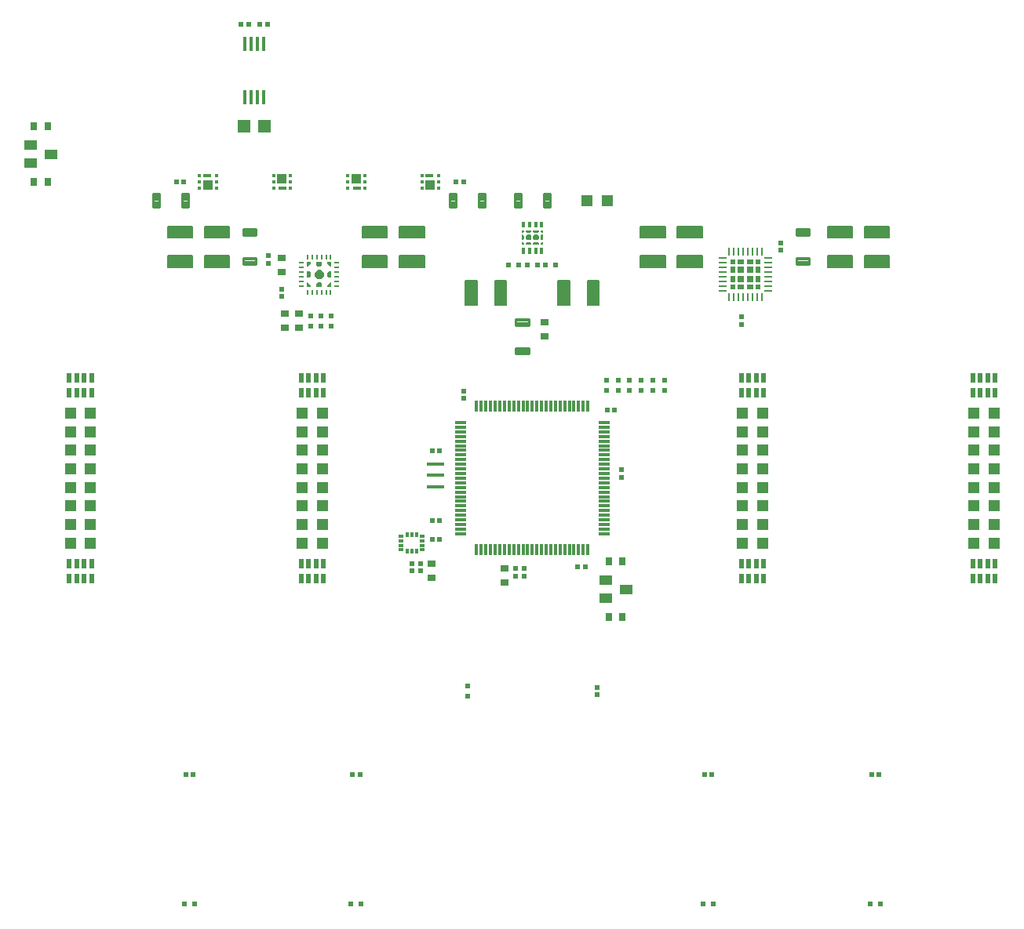
<source format=gbr>
G04 EAGLE Gerber RS-274X export*
G75*
%MOMM*%
%FSLAX34Y34*%
%LPD*%
%INSolderpaste Top*%
%IPPOS*%
%AMOC8*
5,1,8,0,0,1.08239X$1,22.5*%
G01*
%ADD10C,0.285000*%
%ADD11R,0.520000X0.520000*%
%ADD12R,0.800000X0.900000*%
%ADD13C,0.135000*%
%ADD14R,0.900000X0.800000*%
%ADD15R,1.270000X1.270000*%
%ADD16R,0.455000X0.400000*%
%ADD17R,1.100000X1.050000*%
%ADD18R,0.850000X0.400000*%
%ADD19R,0.600000X0.600000*%
%ADD20R,1.400000X1.400000*%
%ADD21C,0.076200*%
%ADD22R,1.193800X0.304800*%
%ADD23R,0.304800X1.193800*%
%ADD24R,0.609600X0.228600*%
%ADD25R,0.228600X0.609600*%
%ADD26R,0.457200X1.498600*%
%ADD27R,1.400000X1.000000*%
%ADD28R,1.900000X0.400000*%
%ADD29R,0.610000X0.300000*%
%ADD30R,0.300000X0.610000*%
%ADD31R,0.808000X0.224800*%
%ADD32R,0.224800X0.808000*%
%ADD33R,0.800000X0.500000*%
%ADD34R,0.800000X0.800000*%
%ADD35R,0.500000X0.500000*%
%ADD36R,0.500000X0.800000*%
%ADD37R,0.500000X1.000000*%

G36*
X371589Y715001D02*
X371589Y715001D01*
X371592Y715000D01*
X371675Y715037D01*
X375089Y718451D01*
X375091Y718454D01*
X375093Y718455D01*
X375126Y718540D01*
X375126Y721586D01*
X375125Y721589D01*
X375126Y721592D01*
X375089Y721675D01*
X371675Y725089D01*
X371672Y725091D01*
X371671Y725093D01*
X371586Y725126D01*
X368540Y725126D01*
X368537Y725125D01*
X368534Y725126D01*
X368451Y725089D01*
X365037Y721675D01*
X365036Y721672D01*
X365033Y721671D01*
X365000Y721586D01*
X365000Y718540D01*
X365001Y718537D01*
X365000Y718534D01*
X365037Y718451D01*
X368451Y715037D01*
X368454Y715036D01*
X368455Y715033D01*
X368540Y715000D01*
X371586Y715000D01*
X371589Y715001D01*
G37*
G36*
X605463Y756938D02*
X605463Y756938D01*
X605466Y756937D01*
X605549Y756974D01*
X606963Y758388D01*
X606965Y758391D01*
X606967Y758392D01*
X607000Y758477D01*
X607000Y761523D01*
X606999Y761526D01*
X607000Y761529D01*
X606963Y761612D01*
X605549Y763026D01*
X605546Y763028D01*
X605545Y763030D01*
X605460Y763063D01*
X602414Y763063D01*
X602411Y763062D01*
X602408Y763063D01*
X602325Y763026D01*
X600911Y761612D01*
X600910Y761609D01*
X600907Y761608D01*
X600874Y761523D01*
X600874Y758477D01*
X600875Y758474D01*
X600874Y758471D01*
X600911Y758388D01*
X602325Y756974D01*
X602328Y756973D01*
X602329Y756970D01*
X602414Y756937D01*
X605460Y756937D01*
X605463Y756938D01*
G37*
G36*
X597589Y756938D02*
X597589Y756938D01*
X597592Y756937D01*
X597675Y756974D01*
X599089Y758388D01*
X599091Y758391D01*
X599093Y758392D01*
X599126Y758477D01*
X599126Y761523D01*
X599125Y761526D01*
X599126Y761529D01*
X599089Y761612D01*
X597675Y763026D01*
X597672Y763028D01*
X597671Y763030D01*
X597586Y763063D01*
X594540Y763063D01*
X594537Y763062D01*
X594534Y763063D01*
X594451Y763026D01*
X593037Y761612D01*
X593036Y761609D01*
X593033Y761608D01*
X593000Y761523D01*
X593000Y758477D01*
X593001Y758474D01*
X593000Y758471D01*
X593037Y758388D01*
X594451Y756974D01*
X594454Y756973D01*
X594455Y756970D01*
X594540Y756937D01*
X597586Y756937D01*
X597589Y756938D01*
G37*
G36*
X371463Y728749D02*
X371463Y728749D01*
X371466Y728748D01*
X371549Y728785D01*
X372963Y730199D01*
X372965Y730202D01*
X372967Y730203D01*
X373000Y730288D01*
X373000Y733221D01*
X372999Y733223D01*
X373000Y733225D01*
X372980Y733268D01*
X372962Y733311D01*
X372960Y733312D01*
X372959Y733314D01*
X372874Y733347D01*
X367000Y733347D01*
X366998Y733346D01*
X366996Y733347D01*
X366953Y733327D01*
X366909Y733309D01*
X366909Y733307D01*
X366907Y733306D01*
X366874Y733221D01*
X366874Y730288D01*
X366875Y730285D01*
X366874Y730282D01*
X366911Y730199D01*
X368325Y728785D01*
X368328Y728784D01*
X368329Y728781D01*
X368414Y728748D01*
X371460Y728748D01*
X371463Y728749D01*
G37*
G36*
X383223Y717001D02*
X383223Y717001D01*
X383225Y717000D01*
X383268Y717020D01*
X383311Y717038D01*
X383312Y717040D01*
X383314Y717041D01*
X383347Y717126D01*
X383347Y723000D01*
X383346Y723002D01*
X383347Y723004D01*
X383327Y723047D01*
X383309Y723091D01*
X383307Y723091D01*
X383306Y723093D01*
X383221Y723126D01*
X380288Y723126D01*
X380285Y723125D01*
X380282Y723126D01*
X380199Y723089D01*
X378785Y721675D01*
X378784Y721672D01*
X378781Y721671D01*
X378748Y721586D01*
X378748Y718540D01*
X378749Y718537D01*
X378748Y718534D01*
X378785Y718451D01*
X380199Y717037D01*
X380202Y717036D01*
X380203Y717033D01*
X380288Y717000D01*
X383221Y717000D01*
X383223Y717001D01*
G37*
G36*
X359715Y717001D02*
X359715Y717001D01*
X359718Y717000D01*
X359801Y717037D01*
X361215Y718451D01*
X361217Y718454D01*
X361219Y718455D01*
X361252Y718540D01*
X361252Y721586D01*
X361251Y721589D01*
X361252Y721592D01*
X361215Y721675D01*
X359801Y723089D01*
X359798Y723091D01*
X359797Y723093D01*
X359712Y723126D01*
X356779Y723126D01*
X356777Y723125D01*
X356775Y723126D01*
X356732Y723106D01*
X356689Y723088D01*
X356688Y723086D01*
X356686Y723085D01*
X356653Y723000D01*
X356653Y717126D01*
X356654Y717124D01*
X356653Y717122D01*
X356673Y717079D01*
X356691Y717035D01*
X356694Y717035D01*
X356694Y717033D01*
X356779Y717000D01*
X359712Y717000D01*
X359715Y717001D01*
G37*
G36*
X373002Y706654D02*
X373002Y706654D01*
X373004Y706653D01*
X373047Y706673D01*
X373091Y706691D01*
X373091Y706694D01*
X373093Y706694D01*
X373126Y706779D01*
X373126Y709712D01*
X373125Y709715D01*
X373126Y709718D01*
X373089Y709801D01*
X371675Y711215D01*
X371672Y711217D01*
X371671Y711219D01*
X371586Y711252D01*
X368540Y711252D01*
X368537Y711251D01*
X368534Y711252D01*
X368451Y711215D01*
X367037Y709801D01*
X367036Y709798D01*
X367033Y709797D01*
X367000Y709712D01*
X367000Y706779D01*
X367001Y706777D01*
X367000Y706775D01*
X367020Y706732D01*
X367038Y706689D01*
X367040Y706688D01*
X367041Y706686D01*
X367126Y706653D01*
X373000Y706653D01*
X373002Y706654D01*
G37*
G36*
X383223Y728749D02*
X383223Y728749D01*
X383225Y728748D01*
X383268Y728768D01*
X383311Y728786D01*
X383312Y728788D01*
X383314Y728789D01*
X383347Y728874D01*
X383347Y733221D01*
X383346Y733223D01*
X383347Y733225D01*
X383327Y733268D01*
X383309Y733311D01*
X383307Y733312D01*
X383306Y733314D01*
X383221Y733347D01*
X378874Y733347D01*
X378872Y733346D01*
X378870Y733347D01*
X378827Y733327D01*
X378783Y733309D01*
X378783Y733307D01*
X378781Y733306D01*
X378748Y733221D01*
X378748Y732126D01*
X378749Y732123D01*
X378748Y732120D01*
X378785Y732037D01*
X382037Y728785D01*
X382040Y728784D01*
X382041Y728781D01*
X382126Y728748D01*
X383221Y728748D01*
X383223Y728749D01*
G37*
G36*
X357877Y728749D02*
X357877Y728749D01*
X357880Y728748D01*
X357963Y728785D01*
X361215Y732037D01*
X361217Y732040D01*
X361219Y732041D01*
X361252Y732126D01*
X361252Y733221D01*
X361251Y733223D01*
X361252Y733225D01*
X361232Y733268D01*
X361214Y733311D01*
X361212Y733312D01*
X361211Y733314D01*
X361126Y733347D01*
X356779Y733347D01*
X356777Y733346D01*
X356775Y733347D01*
X356732Y733327D01*
X356689Y733309D01*
X356688Y733307D01*
X356686Y733306D01*
X356653Y733221D01*
X356653Y728874D01*
X356654Y728872D01*
X356653Y728870D01*
X356673Y728827D01*
X356691Y728783D01*
X356694Y728783D01*
X356694Y728781D01*
X356779Y728748D01*
X357874Y728748D01*
X357877Y728749D01*
G37*
G36*
X383223Y706654D02*
X383223Y706654D01*
X383225Y706653D01*
X383268Y706673D01*
X383311Y706691D01*
X383312Y706694D01*
X383314Y706694D01*
X383347Y706779D01*
X383347Y711126D01*
X383346Y711128D01*
X383347Y711130D01*
X383327Y711173D01*
X383309Y711217D01*
X383307Y711217D01*
X383306Y711219D01*
X383221Y711252D01*
X382126Y711252D01*
X382123Y711251D01*
X382120Y711252D01*
X382037Y711215D01*
X378785Y707963D01*
X378784Y707960D01*
X378781Y707959D01*
X378748Y707874D01*
X378748Y706779D01*
X378749Y706777D01*
X378748Y706775D01*
X378768Y706732D01*
X378786Y706689D01*
X378788Y706688D01*
X378789Y706686D01*
X378874Y706653D01*
X383221Y706653D01*
X383223Y706654D01*
G37*
G36*
X361128Y706654D02*
X361128Y706654D01*
X361130Y706653D01*
X361173Y706673D01*
X361217Y706691D01*
X361217Y706694D01*
X361219Y706694D01*
X361252Y706779D01*
X361252Y707874D01*
X361251Y707877D01*
X361252Y707880D01*
X361215Y707963D01*
X357963Y711215D01*
X357960Y711217D01*
X357959Y711219D01*
X357874Y711252D01*
X356779Y711252D01*
X356777Y711251D01*
X356775Y711252D01*
X356732Y711232D01*
X356689Y711214D01*
X356688Y711212D01*
X356686Y711211D01*
X356653Y711126D01*
X356653Y706779D01*
X356654Y706777D01*
X356653Y706775D01*
X356673Y706732D01*
X356691Y706689D01*
X356694Y706688D01*
X356694Y706686D01*
X356779Y706653D01*
X361126Y706653D01*
X361128Y706654D01*
G37*
G36*
X605463Y764812D02*
X605463Y764812D01*
X605466Y764811D01*
X605549Y764848D01*
X606963Y766262D01*
X606965Y766265D01*
X606967Y766266D01*
X607000Y766351D01*
X607000Y767506D01*
X606999Y767508D01*
X607000Y767510D01*
X606980Y767553D01*
X606962Y767596D01*
X606960Y767597D01*
X606959Y767599D01*
X606874Y767632D01*
X601000Y767632D01*
X600998Y767631D01*
X600996Y767632D01*
X600953Y767612D01*
X600909Y767594D01*
X600909Y767592D01*
X600907Y767591D01*
X600874Y767506D01*
X600874Y766351D01*
X600875Y766348D01*
X600874Y766345D01*
X600911Y766262D01*
X602325Y764848D01*
X602328Y764847D01*
X602329Y764844D01*
X602414Y764811D01*
X605460Y764811D01*
X605463Y764812D01*
G37*
G36*
X597589Y764812D02*
X597589Y764812D01*
X597592Y764811D01*
X597675Y764848D01*
X599089Y766262D01*
X599091Y766265D01*
X599093Y766266D01*
X599126Y766351D01*
X599126Y767506D01*
X599125Y767508D01*
X599126Y767510D01*
X599106Y767553D01*
X599088Y767596D01*
X599086Y767597D01*
X599085Y767599D01*
X599000Y767632D01*
X593126Y767632D01*
X593124Y767631D01*
X593122Y767632D01*
X593079Y767612D01*
X593035Y767594D01*
X593035Y767592D01*
X593033Y767591D01*
X593000Y767506D01*
X593000Y766351D01*
X593001Y766348D01*
X593000Y766345D01*
X593037Y766262D01*
X594451Y764848D01*
X594454Y764847D01*
X594455Y764844D01*
X594540Y764811D01*
X597586Y764811D01*
X597589Y764812D01*
G37*
G36*
X599002Y752369D02*
X599002Y752369D01*
X599004Y752368D01*
X599047Y752388D01*
X599091Y752406D01*
X599091Y752409D01*
X599093Y752409D01*
X599126Y752494D01*
X599126Y753649D01*
X599125Y753652D01*
X599126Y753655D01*
X599089Y753738D01*
X597675Y755152D01*
X597672Y755154D01*
X597671Y755156D01*
X597586Y755189D01*
X594540Y755189D01*
X594537Y755188D01*
X594534Y755189D01*
X594451Y755152D01*
X593037Y753738D01*
X593036Y753735D01*
X593033Y753734D01*
X593000Y753649D01*
X593000Y752494D01*
X593001Y752492D01*
X593000Y752490D01*
X593020Y752447D01*
X593038Y752404D01*
X593040Y752403D01*
X593041Y752401D01*
X593126Y752368D01*
X599000Y752368D01*
X599002Y752369D01*
G37*
G36*
X606876Y752369D02*
X606876Y752369D01*
X606878Y752368D01*
X606921Y752388D01*
X606965Y752406D01*
X606965Y752409D01*
X606967Y752409D01*
X607000Y752494D01*
X607000Y753649D01*
X606999Y753652D01*
X607000Y753655D01*
X606963Y753738D01*
X605549Y755152D01*
X605546Y755154D01*
X605545Y755156D01*
X605460Y755189D01*
X602414Y755189D01*
X602411Y755188D01*
X602408Y755189D01*
X602325Y755152D01*
X600911Y753738D01*
X600910Y753735D01*
X600907Y753734D01*
X600874Y753649D01*
X600874Y752494D01*
X600875Y752492D01*
X600874Y752490D01*
X600894Y752447D01*
X600912Y752404D01*
X600914Y752403D01*
X600915Y752401D01*
X601000Y752368D01*
X606874Y752368D01*
X606876Y752369D01*
G37*
G36*
X589715Y756938D02*
X589715Y756938D01*
X589718Y756937D01*
X589801Y756974D01*
X591215Y758388D01*
X591217Y758391D01*
X591219Y758392D01*
X591252Y758477D01*
X591252Y761523D01*
X591251Y761526D01*
X591252Y761529D01*
X591215Y761612D01*
X589801Y763026D01*
X589798Y763028D01*
X589797Y763030D01*
X589712Y763063D01*
X588811Y763063D01*
X588809Y763062D01*
X588807Y763063D01*
X588764Y763043D01*
X588721Y763025D01*
X588720Y763023D01*
X588718Y763022D01*
X588685Y762937D01*
X588685Y757063D01*
X588686Y757061D01*
X588685Y757059D01*
X588705Y757016D01*
X588723Y756972D01*
X588726Y756972D01*
X588726Y756970D01*
X588811Y756937D01*
X589712Y756937D01*
X589715Y756938D01*
G37*
G36*
X611191Y756938D02*
X611191Y756938D01*
X611193Y756937D01*
X611236Y756957D01*
X611279Y756975D01*
X611280Y756977D01*
X611282Y756978D01*
X611315Y757063D01*
X611315Y762937D01*
X611314Y762939D01*
X611315Y762941D01*
X611295Y762984D01*
X611277Y763028D01*
X611275Y763028D01*
X611274Y763030D01*
X611189Y763063D01*
X610288Y763063D01*
X610285Y763062D01*
X610282Y763063D01*
X610199Y763026D01*
X608785Y761612D01*
X608784Y761609D01*
X608781Y761608D01*
X608748Y761523D01*
X608748Y758477D01*
X608749Y758474D01*
X608748Y758471D01*
X608785Y758388D01*
X610199Y756974D01*
X610202Y756973D01*
X610203Y756970D01*
X610288Y756937D01*
X611189Y756937D01*
X611191Y756938D01*
G37*
G36*
X611191Y764812D02*
X611191Y764812D01*
X611193Y764811D01*
X611236Y764831D01*
X611279Y764849D01*
X611280Y764851D01*
X611282Y764852D01*
X611315Y764937D01*
X611315Y767506D01*
X611314Y767508D01*
X611315Y767510D01*
X611295Y767553D01*
X611277Y767596D01*
X611275Y767597D01*
X611274Y767599D01*
X611189Y767632D01*
X608874Y767632D01*
X608872Y767631D01*
X608870Y767632D01*
X608827Y767612D01*
X608783Y767594D01*
X608783Y767592D01*
X608781Y767591D01*
X608748Y767506D01*
X608748Y766351D01*
X608749Y766348D01*
X608748Y766345D01*
X608785Y766262D01*
X610199Y764848D01*
X610202Y764847D01*
X610203Y764844D01*
X610288Y764811D01*
X611189Y764811D01*
X611191Y764812D01*
G37*
G36*
X589715Y764812D02*
X589715Y764812D01*
X589718Y764811D01*
X589801Y764848D01*
X591215Y766262D01*
X591217Y766265D01*
X591219Y766266D01*
X591252Y766351D01*
X591252Y767506D01*
X591251Y767508D01*
X591252Y767510D01*
X591232Y767553D01*
X591214Y767596D01*
X591212Y767597D01*
X591211Y767599D01*
X591126Y767632D01*
X588811Y767632D01*
X588809Y767631D01*
X588807Y767632D01*
X588764Y767612D01*
X588721Y767594D01*
X588720Y767592D01*
X588718Y767591D01*
X588685Y767506D01*
X588685Y764937D01*
X588686Y764935D01*
X588685Y764933D01*
X588705Y764890D01*
X588723Y764846D01*
X588726Y764846D01*
X588726Y764844D01*
X588811Y764811D01*
X589712Y764811D01*
X589715Y764812D01*
G37*
G36*
X591128Y752369D02*
X591128Y752369D01*
X591130Y752368D01*
X591173Y752388D01*
X591217Y752406D01*
X591217Y752409D01*
X591219Y752409D01*
X591252Y752494D01*
X591252Y753649D01*
X591251Y753652D01*
X591252Y753655D01*
X591215Y753738D01*
X589801Y755152D01*
X589798Y755154D01*
X589797Y755156D01*
X589712Y755189D01*
X588811Y755189D01*
X588809Y755188D01*
X588807Y755189D01*
X588764Y755169D01*
X588721Y755151D01*
X588720Y755149D01*
X588718Y755148D01*
X588685Y755063D01*
X588685Y752494D01*
X588686Y752492D01*
X588685Y752490D01*
X588705Y752447D01*
X588723Y752404D01*
X588726Y752403D01*
X588726Y752401D01*
X588811Y752368D01*
X591126Y752368D01*
X591128Y752369D01*
G37*
G36*
X611191Y752369D02*
X611191Y752369D01*
X611193Y752368D01*
X611236Y752388D01*
X611279Y752406D01*
X611280Y752409D01*
X611282Y752409D01*
X611315Y752494D01*
X611315Y755063D01*
X611314Y755065D01*
X611315Y755067D01*
X611295Y755110D01*
X611277Y755154D01*
X611275Y755154D01*
X611274Y755156D01*
X611189Y755189D01*
X610288Y755189D01*
X610285Y755188D01*
X610282Y755189D01*
X610199Y755152D01*
X608785Y753738D01*
X608784Y753735D01*
X608781Y753734D01*
X608748Y753649D01*
X608748Y752494D01*
X608749Y752492D01*
X608748Y752490D01*
X608768Y752447D01*
X608786Y752404D01*
X608788Y752403D01*
X608789Y752401D01*
X608874Y752368D01*
X611189Y752368D01*
X611191Y752369D01*
G37*
D10*
X587825Y792925D02*
X581175Y792925D01*
X581175Y807075D01*
X587825Y807075D01*
X587825Y792925D01*
X587825Y795632D02*
X581175Y795632D01*
X581175Y798339D02*
X587825Y798339D01*
X587825Y801046D02*
X581175Y801046D01*
X581175Y803753D02*
X587825Y803753D01*
X587825Y806460D02*
X581175Y806460D01*
X612175Y792925D02*
X618825Y792925D01*
X612175Y792925D02*
X612175Y807075D01*
X618825Y807075D01*
X618825Y792925D01*
X618825Y795632D02*
X612175Y795632D01*
X612175Y798339D02*
X618825Y798339D01*
X618825Y801046D02*
X612175Y801046D01*
X612175Y803753D02*
X618825Y803753D01*
X618825Y806460D02*
X612175Y806460D01*
D11*
X670000Y266000D03*
X670000Y274000D03*
X526000Y586000D03*
X526000Y594000D03*
D12*
X682500Y410000D03*
X697500Y410000D03*
X682500Y350000D03*
X697500Y350000D03*
X62500Y880000D03*
X77500Y880000D03*
X62500Y820000D03*
X77500Y820000D03*
D11*
X582000Y402500D03*
X582000Y394500D03*
D13*
X572075Y713325D02*
X559925Y713325D01*
X572075Y713325D02*
X572075Y686675D01*
X559925Y686675D01*
X559925Y713325D01*
X559925Y687957D02*
X572075Y687957D01*
X572075Y689239D02*
X559925Y689239D01*
X559925Y690521D02*
X572075Y690521D01*
X572075Y691803D02*
X559925Y691803D01*
X559925Y693085D02*
X572075Y693085D01*
X572075Y694367D02*
X559925Y694367D01*
X559925Y695649D02*
X572075Y695649D01*
X572075Y696931D02*
X559925Y696931D01*
X559925Y698213D02*
X572075Y698213D01*
X572075Y699495D02*
X559925Y699495D01*
X559925Y700777D02*
X572075Y700777D01*
X572075Y702059D02*
X559925Y702059D01*
X559925Y703341D02*
X572075Y703341D01*
X572075Y704623D02*
X559925Y704623D01*
X559925Y705905D02*
X572075Y705905D01*
X572075Y707187D02*
X559925Y707187D01*
X559925Y708469D02*
X572075Y708469D01*
X572075Y709751D02*
X559925Y709751D01*
X559925Y711033D02*
X572075Y711033D01*
X572075Y712315D02*
X559925Y712315D01*
X540075Y713325D02*
X527925Y713325D01*
X540075Y713325D02*
X540075Y686675D01*
X527925Y686675D01*
X527925Y713325D01*
X527925Y687957D02*
X540075Y687957D01*
X540075Y689239D02*
X527925Y689239D01*
X527925Y690521D02*
X540075Y690521D01*
X540075Y691803D02*
X527925Y691803D01*
X527925Y693085D02*
X540075Y693085D01*
X540075Y694367D02*
X527925Y694367D01*
X527925Y695649D02*
X540075Y695649D01*
X540075Y696931D02*
X527925Y696931D01*
X527925Y698213D02*
X540075Y698213D01*
X540075Y699495D02*
X527925Y699495D01*
X527925Y700777D02*
X540075Y700777D01*
X540075Y702059D02*
X527925Y702059D01*
X527925Y703341D02*
X540075Y703341D01*
X540075Y704623D02*
X527925Y704623D01*
X527925Y705905D02*
X540075Y705905D01*
X540075Y707187D02*
X527925Y707187D01*
X527925Y708469D02*
X540075Y708469D01*
X540075Y709751D02*
X527925Y709751D01*
X527925Y711033D02*
X540075Y711033D01*
X540075Y712315D02*
X527925Y712315D01*
D14*
X613000Y668500D03*
X613000Y653500D03*
D11*
X492000Y454180D03*
X500000Y454180D03*
X500000Y529540D03*
X492000Y529540D03*
X657000Y404000D03*
X649000Y404000D03*
X696000Y509000D03*
X696000Y501000D03*
X680920Y573810D03*
X688920Y573810D03*
D14*
X570000Y387500D03*
X570000Y402500D03*
D11*
X414000Y180000D03*
X406000Y180000D03*
X591000Y402500D03*
X591000Y394500D03*
D13*
X456675Y759925D02*
X456675Y772075D01*
X483325Y772075D01*
X483325Y759925D01*
X456675Y759925D01*
X456675Y761207D02*
X483325Y761207D01*
X483325Y762489D02*
X456675Y762489D01*
X456675Y763771D02*
X483325Y763771D01*
X483325Y765053D02*
X456675Y765053D01*
X456675Y766335D02*
X483325Y766335D01*
X483325Y767617D02*
X456675Y767617D01*
X456675Y768899D02*
X483325Y768899D01*
X483325Y770181D02*
X456675Y770181D01*
X456675Y771463D02*
X483325Y771463D01*
X456675Y740075D02*
X456675Y727925D01*
X456675Y740075D02*
X483325Y740075D01*
X483325Y727925D01*
X456675Y727925D01*
X456675Y729207D02*
X483325Y729207D01*
X483325Y730489D02*
X456675Y730489D01*
X456675Y731771D02*
X483325Y731771D01*
X483325Y733053D02*
X456675Y733053D01*
X456675Y734335D02*
X483325Y734335D01*
X483325Y735617D02*
X456675Y735617D01*
X456675Y736899D02*
X483325Y736899D01*
X483325Y738181D02*
X456675Y738181D01*
X456675Y739463D02*
X483325Y739463D01*
X206675Y759925D02*
X206675Y772075D01*
X233325Y772075D01*
X233325Y759925D01*
X206675Y759925D01*
X206675Y761207D02*
X233325Y761207D01*
X233325Y762489D02*
X206675Y762489D01*
X206675Y763771D02*
X233325Y763771D01*
X233325Y765053D02*
X206675Y765053D01*
X206675Y766335D02*
X233325Y766335D01*
X233325Y767617D02*
X206675Y767617D01*
X206675Y768899D02*
X233325Y768899D01*
X233325Y770181D02*
X206675Y770181D01*
X206675Y771463D02*
X233325Y771463D01*
X206675Y740075D02*
X206675Y727925D01*
X206675Y740075D02*
X233325Y740075D01*
X233325Y727925D01*
X206675Y727925D01*
X206675Y729207D02*
X233325Y729207D01*
X233325Y730489D02*
X206675Y730489D01*
X206675Y731771D02*
X233325Y731771D01*
X233325Y733053D02*
X206675Y733053D01*
X206675Y734335D02*
X233325Y734335D01*
X233325Y735617D02*
X206675Y735617D01*
X206675Y736899D02*
X233325Y736899D01*
X233325Y738181D02*
X206675Y738181D01*
X206675Y739463D02*
X233325Y739463D01*
D10*
X511175Y792925D02*
X517825Y792925D01*
X511175Y792925D02*
X511175Y807075D01*
X517825Y807075D01*
X517825Y792925D01*
X517825Y795632D02*
X511175Y795632D01*
X511175Y798339D02*
X517825Y798339D01*
X517825Y801046D02*
X511175Y801046D01*
X511175Y803753D02*
X517825Y803753D01*
X517825Y806460D02*
X511175Y806460D01*
X542175Y792925D02*
X548825Y792925D01*
X542175Y792925D02*
X542175Y807075D01*
X548825Y807075D01*
X548825Y792925D01*
X548825Y795632D02*
X542175Y795632D01*
X542175Y798339D02*
X548825Y798339D01*
X548825Y801046D02*
X542175Y801046D01*
X542175Y803753D02*
X548825Y803753D01*
X548825Y806460D02*
X542175Y806460D01*
X228825Y807075D02*
X222175Y807075D01*
X228825Y807075D02*
X228825Y792925D01*
X222175Y792925D01*
X222175Y807075D01*
X222175Y795632D02*
X228825Y795632D01*
X228825Y798339D02*
X222175Y798339D01*
X222175Y801046D02*
X228825Y801046D01*
X228825Y803753D02*
X222175Y803753D01*
X222175Y806460D02*
X228825Y806460D01*
X197825Y807075D02*
X191175Y807075D01*
X197825Y807075D02*
X197825Y792925D01*
X191175Y792925D01*
X191175Y807075D01*
X191175Y795632D02*
X197825Y795632D01*
X197825Y798339D02*
X191175Y798339D01*
X191175Y801046D02*
X197825Y801046D01*
X197825Y803753D02*
X191175Y803753D01*
X191175Y806460D02*
X197825Y806460D01*
D11*
X974000Y180000D03*
X966000Y180000D03*
X224000Y820000D03*
X216000Y820000D03*
X518000Y820000D03*
X526000Y820000D03*
D14*
X330000Y737500D03*
X330000Y722500D03*
D11*
X330000Y704000D03*
X330000Y696000D03*
D10*
X287925Y762175D02*
X287925Y768825D01*
X302075Y768825D01*
X302075Y762175D01*
X287925Y762175D01*
X287925Y764882D02*
X302075Y764882D01*
X302075Y767589D02*
X287925Y767589D01*
X287925Y737825D02*
X287925Y731175D01*
X287925Y737825D02*
X302075Y737825D01*
X302075Y731175D01*
X287925Y731175D01*
X287925Y733882D02*
X302075Y733882D01*
X302075Y736589D02*
X287925Y736589D01*
D11*
X234000Y180000D03*
X226000Y180000D03*
X315000Y740000D03*
X315000Y732000D03*
D14*
X333000Y662500D03*
X333000Y677500D03*
X348000Y662500D03*
X348000Y677500D03*
D11*
X294000Y990000D03*
X286000Y990000D03*
X306000Y990000D03*
X314000Y990000D03*
X794000Y180000D03*
X786000Y180000D03*
D15*
X680795Y800000D03*
X659205Y800000D03*
D16*
X499225Y813500D03*
X499225Y820000D03*
X499225Y826500D03*
X480775Y826500D03*
X480775Y820000D03*
X480775Y813500D03*
D17*
X490000Y816750D03*
D18*
X489100Y826500D03*
D16*
X259225Y813500D03*
X259225Y820000D03*
X259225Y826500D03*
X240775Y826500D03*
X240775Y820000D03*
X240775Y813500D03*
D17*
X250000Y816750D03*
D18*
X249100Y826500D03*
D16*
X320775Y826500D03*
X320775Y820000D03*
X320775Y813500D03*
X339225Y813500D03*
X339225Y820000D03*
X339225Y826500D03*
D17*
X330000Y823250D03*
D18*
X330900Y813500D03*
D16*
X400775Y826500D03*
X400775Y820000D03*
X400775Y813500D03*
X419225Y813500D03*
X419225Y820000D03*
X419225Y826500D03*
D17*
X410000Y823250D03*
D18*
X410900Y813500D03*
D19*
X415500Y40000D03*
X404500Y40000D03*
D20*
X289000Y880000D03*
X311000Y880000D03*
D19*
X361000Y675500D03*
X361000Y664500D03*
X372000Y675500D03*
X372000Y664500D03*
X383000Y664500D03*
X383000Y675500D03*
X795500Y40000D03*
X784500Y40000D03*
X574500Y730000D03*
X585500Y730000D03*
X605500Y730000D03*
X594500Y730000D03*
X625500Y730000D03*
X614500Y730000D03*
X530000Y275500D03*
X530000Y264500D03*
X975500Y40000D03*
X964500Y40000D03*
X235500Y40000D03*
X224500Y40000D03*
D21*
X591393Y743333D02*
X591393Y748667D01*
X591393Y743333D02*
X589107Y743333D01*
X589107Y748667D01*
X591393Y748667D01*
X591393Y744057D02*
X589107Y744057D01*
X589107Y744781D02*
X591393Y744781D01*
X591393Y745505D02*
X589107Y745505D01*
X589107Y746229D02*
X591393Y746229D01*
X591393Y746953D02*
X589107Y746953D01*
X589107Y747677D02*
X591393Y747677D01*
X591393Y748401D02*
X589107Y748401D01*
X597893Y748667D02*
X597893Y743333D01*
X595607Y743333D01*
X595607Y748667D01*
X597893Y748667D01*
X597893Y744057D02*
X595607Y744057D01*
X595607Y744781D02*
X597893Y744781D01*
X597893Y745505D02*
X595607Y745505D01*
X595607Y746229D02*
X597893Y746229D01*
X597893Y746953D02*
X595607Y746953D01*
X595607Y747677D02*
X597893Y747677D01*
X597893Y748401D02*
X595607Y748401D01*
X604393Y748667D02*
X604393Y743333D01*
X602107Y743333D01*
X602107Y748667D01*
X604393Y748667D01*
X604393Y744057D02*
X602107Y744057D01*
X602107Y744781D02*
X604393Y744781D01*
X604393Y745505D02*
X602107Y745505D01*
X602107Y746229D02*
X604393Y746229D01*
X604393Y746953D02*
X602107Y746953D01*
X602107Y747677D02*
X604393Y747677D01*
X604393Y748401D02*
X602107Y748401D01*
X610893Y748667D02*
X610893Y743333D01*
X608607Y743333D01*
X608607Y748667D01*
X610893Y748667D01*
X610893Y744057D02*
X608607Y744057D01*
X608607Y744781D02*
X610893Y744781D01*
X610893Y745505D02*
X608607Y745505D01*
X608607Y746229D02*
X610893Y746229D01*
X610893Y746953D02*
X608607Y746953D01*
X608607Y747677D02*
X610893Y747677D01*
X610893Y748401D02*
X608607Y748401D01*
X608607Y771333D02*
X608607Y776667D01*
X610893Y776667D01*
X610893Y771333D01*
X608607Y771333D01*
X608607Y772057D02*
X610893Y772057D01*
X610893Y772781D02*
X608607Y772781D01*
X608607Y773505D02*
X610893Y773505D01*
X610893Y774229D02*
X608607Y774229D01*
X608607Y774953D02*
X610893Y774953D01*
X610893Y775677D02*
X608607Y775677D01*
X608607Y776401D02*
X610893Y776401D01*
X602107Y776667D02*
X602107Y771333D01*
X602107Y776667D02*
X604393Y776667D01*
X604393Y771333D01*
X602107Y771333D01*
X602107Y772057D02*
X604393Y772057D01*
X604393Y772781D02*
X602107Y772781D01*
X602107Y773505D02*
X604393Y773505D01*
X604393Y774229D02*
X602107Y774229D01*
X602107Y774953D02*
X604393Y774953D01*
X604393Y775677D02*
X602107Y775677D01*
X602107Y776401D02*
X604393Y776401D01*
X595607Y776667D02*
X595607Y771333D01*
X595607Y776667D02*
X597893Y776667D01*
X597893Y771333D01*
X595607Y771333D01*
X595607Y772057D02*
X597893Y772057D01*
X597893Y772781D02*
X595607Y772781D01*
X595607Y773505D02*
X597893Y773505D01*
X597893Y774229D02*
X595607Y774229D01*
X595607Y774953D02*
X597893Y774953D01*
X597893Y775677D02*
X595607Y775677D01*
X595607Y776401D02*
X597893Y776401D01*
X589107Y776667D02*
X589107Y771333D01*
X589107Y776667D02*
X591393Y776667D01*
X591393Y771333D01*
X589107Y771333D01*
X589107Y772057D02*
X591393Y772057D01*
X591393Y772781D02*
X589107Y772781D01*
X589107Y773505D02*
X591393Y773505D01*
X591393Y774229D02*
X589107Y774229D01*
X589107Y774953D02*
X591393Y774953D01*
X591393Y775677D02*
X589107Y775677D01*
X589107Y776401D02*
X591393Y776401D01*
D22*
X522500Y560000D03*
X522500Y555000D03*
X522500Y550000D03*
X522500Y545000D03*
X522500Y540000D03*
X522500Y535000D03*
X522500Y530000D03*
X522500Y525000D03*
X522500Y520000D03*
X522500Y515000D03*
X522500Y510000D03*
X522500Y505000D03*
X522500Y500000D03*
X522500Y495000D03*
X522500Y490000D03*
X522500Y485000D03*
X522500Y480000D03*
X522500Y475000D03*
X522500Y470000D03*
X522500Y465000D03*
X522500Y460000D03*
X522500Y455000D03*
X522500Y450000D03*
X522500Y445000D03*
X522500Y440000D03*
D23*
X540000Y422500D03*
X545000Y422500D03*
X550000Y422500D03*
X555000Y422500D03*
X560000Y422500D03*
X565000Y422500D03*
X570000Y422500D03*
X575000Y422500D03*
X580000Y422500D03*
X585000Y422500D03*
X590000Y422500D03*
X595000Y422500D03*
X600000Y422500D03*
X605000Y422500D03*
X610000Y422500D03*
X615000Y422500D03*
X620000Y422500D03*
X625000Y422500D03*
X630000Y422500D03*
X635000Y422500D03*
X640000Y422500D03*
X645000Y422500D03*
X650000Y422500D03*
X655000Y422500D03*
X660000Y422500D03*
D22*
X677500Y440000D03*
X677500Y445000D03*
X677500Y450000D03*
X677500Y455000D03*
X677500Y460000D03*
X677500Y465000D03*
X677500Y470000D03*
X677500Y475000D03*
X677500Y480000D03*
X677500Y485000D03*
X677500Y490000D03*
X677500Y495000D03*
X677500Y500000D03*
X677500Y505000D03*
X677500Y510000D03*
X677500Y515000D03*
X677500Y520000D03*
X677500Y525000D03*
X677500Y530000D03*
X677500Y535000D03*
X677500Y540000D03*
X677500Y545000D03*
X677500Y550000D03*
X677500Y555000D03*
X677500Y560000D03*
D23*
X660000Y577500D03*
X655000Y577500D03*
X650000Y577500D03*
X645000Y577500D03*
X640000Y577500D03*
X635000Y577500D03*
X630000Y577500D03*
X625000Y577500D03*
X620000Y577500D03*
X615000Y577500D03*
X610000Y577500D03*
X605000Y577500D03*
X600000Y577500D03*
X595000Y577500D03*
X590000Y577500D03*
X585000Y577500D03*
X580000Y577500D03*
X575000Y577500D03*
X570000Y577500D03*
X565000Y577500D03*
X560000Y577500D03*
X555000Y577500D03*
X550000Y577500D03*
X545000Y577500D03*
X540000Y577500D03*
D24*
X351000Y732500D03*
X351000Y727500D03*
X351000Y722500D03*
X351000Y717500D03*
X351000Y712500D03*
X351000Y707500D03*
D25*
X357500Y701000D03*
X362500Y701000D03*
X367500Y701000D03*
X372500Y701000D03*
X377500Y701000D03*
X382500Y701000D03*
D24*
X389000Y707500D03*
X389000Y712500D03*
X389000Y717500D03*
X389000Y722500D03*
X389000Y727500D03*
X389000Y732500D03*
D25*
X382500Y739000D03*
X377500Y739000D03*
X372500Y739000D03*
X367500Y739000D03*
X362500Y739000D03*
X357500Y739000D03*
D26*
X290250Y911000D03*
X296750Y911000D03*
X303250Y911000D03*
X309750Y911000D03*
X309750Y969000D03*
X303250Y969000D03*
X296750Y969000D03*
X290250Y969000D03*
D27*
X701000Y380000D03*
X679000Y370500D03*
X679000Y389500D03*
X81000Y850000D03*
X59000Y840500D03*
X59000Y859500D03*
D28*
X496000Y491000D03*
X496000Y503000D03*
X496000Y515000D03*
D29*
X458400Y437500D03*
X458400Y432500D03*
X458400Y427500D03*
X458400Y422500D03*
D30*
X465000Y420900D03*
X470000Y420900D03*
X475000Y420900D03*
D29*
X481600Y422500D03*
X481600Y427500D03*
X481600Y432500D03*
X481600Y437500D03*
D30*
X475000Y439100D03*
X470000Y439100D03*
X465000Y439100D03*
D11*
X492000Y433610D03*
X500000Y433610D03*
X479490Y400050D03*
X479490Y408050D03*
D14*
X491490Y392550D03*
X491490Y407550D03*
D11*
X470490Y400050D03*
X470490Y408050D03*
D13*
X918575Y759925D02*
X918575Y772075D01*
X945225Y772075D01*
X945225Y759925D01*
X918575Y759925D01*
X918575Y761207D02*
X945225Y761207D01*
X945225Y762489D02*
X918575Y762489D01*
X918575Y763771D02*
X945225Y763771D01*
X945225Y765053D02*
X918575Y765053D01*
X918575Y766335D02*
X945225Y766335D01*
X945225Y767617D02*
X918575Y767617D01*
X918575Y768899D02*
X945225Y768899D01*
X945225Y770181D02*
X918575Y770181D01*
X918575Y771463D02*
X945225Y771463D01*
X918575Y740075D02*
X918575Y727925D01*
X918575Y740075D02*
X945225Y740075D01*
X945225Y727925D01*
X918575Y727925D01*
X918575Y729207D02*
X945225Y729207D01*
X945225Y730489D02*
X918575Y730489D01*
X918575Y731771D02*
X945225Y731771D01*
X945225Y733053D02*
X918575Y733053D01*
X918575Y734335D02*
X945225Y734335D01*
X945225Y735617D02*
X918575Y735617D01*
X918575Y736899D02*
X945225Y736899D01*
X945225Y738181D02*
X918575Y738181D01*
X918575Y739463D02*
X945225Y739463D01*
X958575Y759925D02*
X958575Y772075D01*
X985225Y772075D01*
X985225Y759925D01*
X958575Y759925D01*
X958575Y761207D02*
X985225Y761207D01*
X985225Y762489D02*
X958575Y762489D01*
X958575Y763771D02*
X985225Y763771D01*
X985225Y765053D02*
X958575Y765053D01*
X958575Y766335D02*
X985225Y766335D01*
X985225Y767617D02*
X958575Y767617D01*
X958575Y768899D02*
X985225Y768899D01*
X985225Y770181D02*
X958575Y770181D01*
X958575Y771463D02*
X985225Y771463D01*
X958575Y740075D02*
X958575Y727925D01*
X958575Y740075D02*
X985225Y740075D01*
X985225Y727925D01*
X958575Y727925D01*
X958575Y729207D02*
X985225Y729207D01*
X985225Y730489D02*
X958575Y730489D01*
X958575Y731771D02*
X985225Y731771D01*
X985225Y733053D02*
X958575Y733053D01*
X958575Y734335D02*
X985225Y734335D01*
X985225Y735617D02*
X958575Y735617D01*
X958575Y736899D02*
X985225Y736899D01*
X985225Y738181D02*
X958575Y738181D01*
X958575Y739463D02*
X985225Y739463D01*
D10*
X884825Y762175D02*
X884825Y768825D01*
X898975Y768825D01*
X898975Y762175D01*
X884825Y762175D01*
X884825Y764882D02*
X898975Y764882D01*
X898975Y767589D02*
X884825Y767589D01*
X884825Y737825D02*
X884825Y731175D01*
X884825Y737825D02*
X898975Y737825D01*
X898975Y731175D01*
X884825Y731175D01*
X884825Y733882D02*
X898975Y733882D01*
X898975Y736589D02*
X884825Y736589D01*
D11*
X868100Y754000D03*
X868100Y746000D03*
X825500Y666000D03*
X825500Y674000D03*
D19*
X680000Y594500D03*
X680000Y605500D03*
X692500Y594500D03*
X692500Y605500D03*
X705000Y594500D03*
X705000Y605500D03*
D31*
X854741Y702496D03*
X854741Y707497D03*
X854741Y712498D03*
X854741Y717499D03*
X854741Y722501D03*
X854741Y727502D03*
X854741Y732503D03*
X854741Y737504D03*
D32*
X847504Y744741D03*
X842503Y744741D03*
X837502Y744741D03*
X832501Y744741D03*
X827499Y744741D03*
X822498Y744741D03*
X817497Y744741D03*
X812496Y744741D03*
D31*
X805259Y737504D03*
X805259Y732503D03*
X805259Y727502D03*
X805259Y722501D03*
X805259Y717499D03*
X805259Y712498D03*
X805259Y707497D03*
X805259Y702496D03*
D32*
X812496Y695259D03*
X817497Y695259D03*
X822498Y695259D03*
X827499Y695259D03*
X832501Y695259D03*
X837502Y695259D03*
X842503Y695259D03*
X847504Y695259D03*
D33*
X835000Y706500D03*
D34*
X835000Y715000D03*
X835000Y725000D03*
D33*
X835000Y733500D03*
X825000Y706500D03*
D34*
X825000Y715000D03*
X825000Y725000D03*
D33*
X825000Y733500D03*
D35*
X843500Y706500D03*
D36*
X843500Y715000D03*
X843500Y725000D03*
D35*
X843500Y733500D03*
X816500Y706500D03*
D36*
X816500Y715000D03*
X816500Y725000D03*
D35*
X816500Y733500D03*
D19*
X717500Y594500D03*
X717500Y605500D03*
X742500Y594500D03*
X742500Y605500D03*
X730000Y594500D03*
X730000Y605500D03*
D13*
X640075Y686675D02*
X627925Y686675D01*
X627925Y713325D01*
X640075Y713325D01*
X640075Y686675D01*
X640075Y687957D02*
X627925Y687957D01*
X627925Y689239D02*
X640075Y689239D01*
X640075Y690521D02*
X627925Y690521D01*
X627925Y691803D02*
X640075Y691803D01*
X640075Y693085D02*
X627925Y693085D01*
X627925Y694367D02*
X640075Y694367D01*
X640075Y695649D02*
X627925Y695649D01*
X627925Y696931D02*
X640075Y696931D01*
X640075Y698213D02*
X627925Y698213D01*
X627925Y699495D02*
X640075Y699495D01*
X640075Y700777D02*
X627925Y700777D01*
X627925Y702059D02*
X640075Y702059D01*
X640075Y703341D02*
X627925Y703341D01*
X627925Y704623D02*
X640075Y704623D01*
X640075Y705905D02*
X627925Y705905D01*
X627925Y707187D02*
X640075Y707187D01*
X640075Y708469D02*
X627925Y708469D01*
X627925Y709751D02*
X640075Y709751D01*
X640075Y711033D02*
X627925Y711033D01*
X627925Y712315D02*
X640075Y712315D01*
X659925Y686675D02*
X672075Y686675D01*
X659925Y686675D02*
X659925Y713325D01*
X672075Y713325D01*
X672075Y686675D01*
X672075Y687957D02*
X659925Y687957D01*
X659925Y689239D02*
X672075Y689239D01*
X672075Y690521D02*
X659925Y690521D01*
X659925Y691803D02*
X672075Y691803D01*
X672075Y693085D02*
X659925Y693085D01*
X659925Y694367D02*
X672075Y694367D01*
X672075Y695649D02*
X659925Y695649D01*
X659925Y696931D02*
X672075Y696931D01*
X672075Y698213D02*
X659925Y698213D01*
X659925Y699495D02*
X672075Y699495D01*
X672075Y700777D02*
X659925Y700777D01*
X659925Y702059D02*
X672075Y702059D01*
X672075Y703341D02*
X659925Y703341D01*
X659925Y704623D02*
X672075Y704623D01*
X672075Y705905D02*
X659925Y705905D01*
X659925Y707187D02*
X672075Y707187D01*
X672075Y708469D02*
X659925Y708469D01*
X659925Y709751D02*
X672075Y709751D01*
X672075Y711033D02*
X659925Y711033D01*
X659925Y712315D02*
X672075Y712315D01*
D10*
X581925Y671825D02*
X581925Y665175D01*
X581925Y671825D02*
X596075Y671825D01*
X596075Y665175D01*
X581925Y665175D01*
X581925Y667882D02*
X596075Y667882D01*
X596075Y670589D02*
X581925Y670589D01*
X581925Y640825D02*
X581925Y634175D01*
X581925Y640825D02*
X596075Y640825D01*
X596075Y634175D01*
X581925Y634175D01*
X581925Y636882D02*
X596075Y636882D01*
X596075Y639589D02*
X581925Y639589D01*
D13*
X246675Y759925D02*
X246675Y772075D01*
X273325Y772075D01*
X273325Y759925D01*
X246675Y759925D01*
X246675Y761207D02*
X273325Y761207D01*
X273325Y762489D02*
X246675Y762489D01*
X246675Y763771D02*
X273325Y763771D01*
X273325Y765053D02*
X246675Y765053D01*
X246675Y766335D02*
X273325Y766335D01*
X273325Y767617D02*
X246675Y767617D01*
X246675Y768899D02*
X273325Y768899D01*
X273325Y770181D02*
X246675Y770181D01*
X246675Y771463D02*
X273325Y771463D01*
X246675Y740075D02*
X246675Y727925D01*
X246675Y740075D02*
X273325Y740075D01*
X273325Y727925D01*
X246675Y727925D01*
X246675Y729207D02*
X273325Y729207D01*
X273325Y730489D02*
X246675Y730489D01*
X246675Y731771D02*
X273325Y731771D01*
X273325Y733053D02*
X246675Y733053D01*
X246675Y734335D02*
X273325Y734335D01*
X273325Y735617D02*
X246675Y735617D01*
X246675Y736899D02*
X273325Y736899D01*
X273325Y738181D02*
X246675Y738181D01*
X246675Y739463D02*
X273325Y739463D01*
X416675Y759925D02*
X416675Y772075D01*
X443325Y772075D01*
X443325Y759925D01*
X416675Y759925D01*
X416675Y761207D02*
X443325Y761207D01*
X443325Y762489D02*
X416675Y762489D01*
X416675Y763771D02*
X443325Y763771D01*
X443325Y765053D02*
X416675Y765053D01*
X416675Y766335D02*
X443325Y766335D01*
X443325Y767617D02*
X416675Y767617D01*
X416675Y768899D02*
X443325Y768899D01*
X443325Y770181D02*
X416675Y770181D01*
X416675Y771463D02*
X443325Y771463D01*
X416675Y740075D02*
X416675Y727925D01*
X416675Y740075D02*
X443325Y740075D01*
X443325Y727925D01*
X416675Y727925D01*
X416675Y729207D02*
X443325Y729207D01*
X443325Y730489D02*
X416675Y730489D01*
X416675Y731771D02*
X443325Y731771D01*
X443325Y733053D02*
X416675Y733053D01*
X416675Y734335D02*
X443325Y734335D01*
X443325Y735617D02*
X416675Y735617D01*
X416675Y736899D02*
X443325Y736899D01*
X443325Y738181D02*
X416675Y738181D01*
X416675Y739463D02*
X443325Y739463D01*
X756675Y759925D02*
X756675Y772075D01*
X783325Y772075D01*
X783325Y759925D01*
X756675Y759925D01*
X756675Y761207D02*
X783325Y761207D01*
X783325Y762489D02*
X756675Y762489D01*
X756675Y763771D02*
X783325Y763771D01*
X783325Y765053D02*
X756675Y765053D01*
X756675Y766335D02*
X783325Y766335D01*
X783325Y767617D02*
X756675Y767617D01*
X756675Y768899D02*
X783325Y768899D01*
X783325Y770181D02*
X756675Y770181D01*
X756675Y771463D02*
X783325Y771463D01*
X756675Y740075D02*
X756675Y727925D01*
X756675Y740075D02*
X783325Y740075D01*
X783325Y727925D01*
X756675Y727925D01*
X756675Y729207D02*
X783325Y729207D01*
X783325Y730489D02*
X756675Y730489D01*
X756675Y731771D02*
X783325Y731771D01*
X783325Y733053D02*
X756675Y733053D01*
X756675Y734335D02*
X783325Y734335D01*
X783325Y735617D02*
X756675Y735617D01*
X756675Y736899D02*
X783325Y736899D01*
X783325Y738181D02*
X756675Y738181D01*
X756675Y739463D02*
X783325Y739463D01*
X716675Y759925D02*
X716675Y772075D01*
X743325Y772075D01*
X743325Y759925D01*
X716675Y759925D01*
X716675Y761207D02*
X743325Y761207D01*
X743325Y762489D02*
X716675Y762489D01*
X716675Y763771D02*
X743325Y763771D01*
X743325Y765053D02*
X716675Y765053D01*
X716675Y766335D02*
X743325Y766335D01*
X743325Y767617D02*
X716675Y767617D01*
X716675Y768899D02*
X743325Y768899D01*
X743325Y770181D02*
X716675Y770181D01*
X716675Y771463D02*
X743325Y771463D01*
X716675Y740075D02*
X716675Y727925D01*
X716675Y740075D02*
X743325Y740075D01*
X743325Y727925D01*
X716675Y727925D01*
X716675Y729207D02*
X743325Y729207D01*
X743325Y730489D02*
X716675Y730489D01*
X716675Y731771D02*
X743325Y731771D01*
X743325Y733053D02*
X716675Y733053D01*
X716675Y734335D02*
X743325Y734335D01*
X743325Y735617D02*
X716675Y735617D01*
X716675Y736899D02*
X743325Y736899D01*
X743325Y738181D02*
X716675Y738181D01*
X716675Y739463D02*
X743325Y739463D01*
D15*
X123295Y570000D03*
X101705Y570000D03*
X123295Y530000D03*
X101705Y530000D03*
X123295Y490000D03*
X101705Y490000D03*
X123295Y450000D03*
X101705Y450000D03*
X123295Y550000D03*
X101705Y550000D03*
X123295Y510000D03*
X101705Y510000D03*
X123295Y470000D03*
X101705Y470000D03*
X123295Y430000D03*
X101705Y430000D03*
X826705Y470000D03*
X848295Y470000D03*
X826705Y490000D03*
X848295Y490000D03*
X373295Y570000D03*
X351705Y570000D03*
X373295Y530000D03*
X351705Y530000D03*
X373295Y490000D03*
X351705Y490000D03*
X373295Y450000D03*
X351705Y450000D03*
X373295Y550000D03*
X351705Y550000D03*
X373295Y510000D03*
X351705Y510000D03*
X373295Y470000D03*
X351705Y470000D03*
X373295Y430000D03*
X351705Y430000D03*
X826705Y510000D03*
X848295Y510000D03*
X826705Y530000D03*
X848295Y530000D03*
X1076705Y430000D03*
X1098295Y430000D03*
X1076705Y450000D03*
X1098295Y450000D03*
X1076705Y470000D03*
X1098295Y470000D03*
X1076705Y490000D03*
X1098295Y490000D03*
X1076705Y510000D03*
X1098295Y510000D03*
X1076705Y530000D03*
X1098295Y530000D03*
X1076705Y550000D03*
X1098295Y550000D03*
X1076705Y570000D03*
X1098295Y570000D03*
X826705Y430000D03*
X848295Y430000D03*
X826705Y450000D03*
X848295Y450000D03*
X826705Y550000D03*
X848295Y550000D03*
X826705Y570000D03*
X848295Y570000D03*
D37*
X1099500Y408020D03*
X1091500Y408020D03*
X1083500Y408020D03*
X1075500Y408020D03*
X1075500Y391980D03*
X1083500Y391980D03*
X1091500Y391980D03*
X1099500Y391980D03*
X1075500Y591980D03*
X1083500Y591980D03*
X1091500Y591980D03*
X1099500Y591980D03*
X1099500Y608020D03*
X1091500Y608020D03*
X1083500Y608020D03*
X1075500Y608020D03*
X849500Y408020D03*
X841500Y408020D03*
X833500Y408020D03*
X825500Y408020D03*
X825500Y391980D03*
X833500Y391980D03*
X841500Y391980D03*
X849500Y391980D03*
X825500Y591980D03*
X833500Y591980D03*
X841500Y591980D03*
X849500Y591980D03*
X849500Y608020D03*
X841500Y608020D03*
X833500Y608020D03*
X825500Y608020D03*
X100500Y591980D03*
X108500Y591980D03*
X116500Y591980D03*
X124500Y591980D03*
X124500Y608020D03*
X116500Y608020D03*
X108500Y608020D03*
X100500Y608020D03*
X124500Y408020D03*
X116500Y408020D03*
X108500Y408020D03*
X100500Y408020D03*
X100500Y391980D03*
X108500Y391980D03*
X116500Y391980D03*
X124500Y391980D03*
X350500Y591980D03*
X358500Y591980D03*
X366500Y591980D03*
X374500Y591980D03*
X374500Y608020D03*
X366500Y608020D03*
X358500Y608020D03*
X350500Y608020D03*
X374500Y408020D03*
X366500Y408020D03*
X358500Y408020D03*
X350500Y408020D03*
X350500Y391980D03*
X358500Y391980D03*
X366500Y391980D03*
X374500Y391980D03*
M02*

</source>
